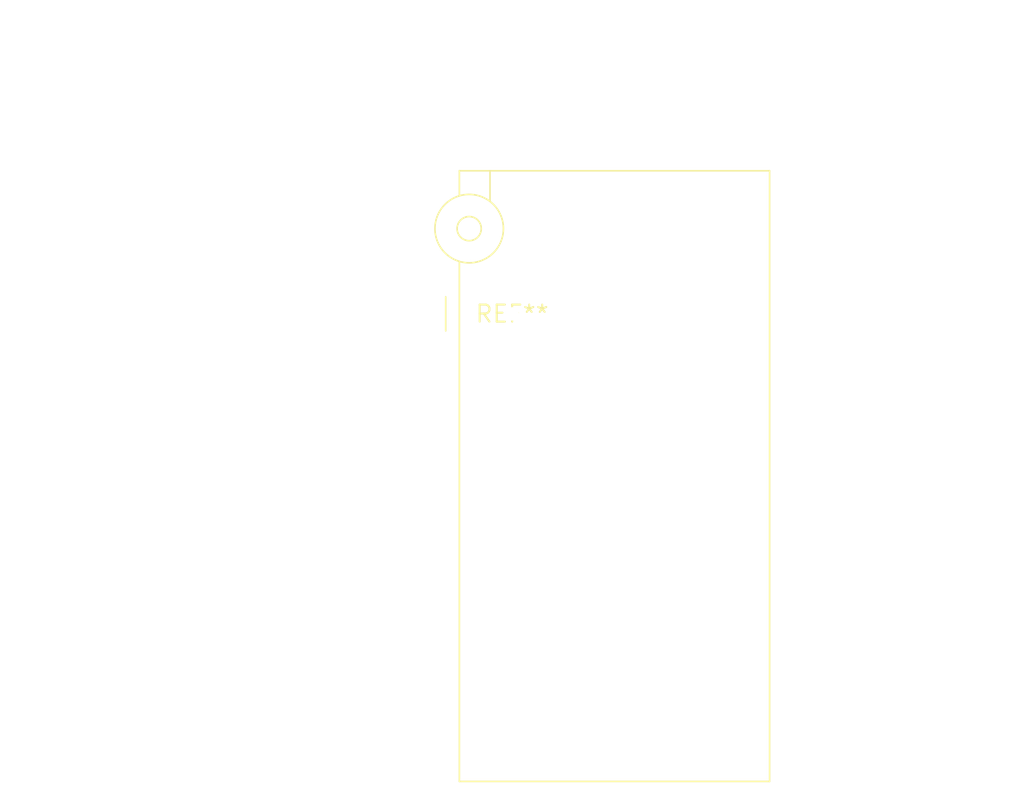
<source format=kicad_pcb>
(kicad_pcb (version 20240108) (generator pcbnew)
  (layers (0 "F.Cu" signal) (31 "B.Cu" signal) (34 "B.Paste" user) (35 "F.Paste" user) (36 "B.SilkS" user "B.Silkscreen") (37 "F.SilkS" user "F.Silkscreen") (38 "B.Mask" user) (39 "F.Mask" user) (44 "Edge.Cuts" user))
  (net 0 "")
  (footprint "DIP_Socket-24_W11.9_W12.7_W15.24_W17.78_W18.5_3M_224-1275-00-0602J" (layer "F.Cu") (at 0 0)
    (property "Reference" "REF**")
    (property "Value" "DIP_Socket-24_W11.9_W12.7_W15.24_W17.78_W18.5_3M_224-1275-00-0602J")
    (fp_line (start -4.95 1.27) (end -4.95 -1.27) (layer "F.SilkS") (stroke (width 0.12)))
    (fp_line (start -3.93 -10.66) (end -3.93 -8.8) (layer "F.SilkS") (stroke (width 0.12)))
    (fp_line (start -3.93 -3.9) (end -3.93 34.84) (layer "F.SilkS") (stroke (width 0.12)))
    (fp_line (start -3.93 34.84) (end 19.17 34.84) (layer "F.SilkS") (stroke (width 0.12)))
    (fp_line (start -1.65 -10.66) (end -1.65 -8.4) (layer "F.SilkS") (stroke (width 0.12)))
    (fp_line (start 19.17 -10.66) (end -3.93 -10.66) (layer "F.SilkS") (stroke (width 0.12)))
    (fp_line (start 19.17 34.84) (end 19.17 -10.66) (layer "F.SilkS") (stroke (width 0.12)))
    (fp_circle (center -3.2 -6.35) (end -2.3 -6.35) (layer "F.SilkS") (stroke (width 0.12)) (fill none))
    (fp_circle (center -3.2 -6.35) (end -0.65 -6.35) (layer "F.SilkS") (stroke (width 0.12)) (fill none))
    (pad "1" thru_hole rect (at 0 0) (size 2 1.44) (drill 1) (layers *.Cu *.Mask) (remove_unused_layers))
    (pad "2" thru_hole oval (at 0 2.54) (size 2 1.44) (drill 1) (layers *.Cu *.Mask) (remove_unused_layers))
    (pad "3" thru_hole oval (at 0 5.08) (size 2 1.44) (drill 1) (layers *.Cu *.Mask) (remove_unused_layers))
    (pad "4" thru_hole oval (at 0 7.62) (size 2 1.44) (drill 1) (layers *.Cu *.Mask) (remove_unused_layers))
    (pad "5" thru_hole oval (at 0 10.16) (size 2 1.44) (drill 1) (layers *.Cu *.Mask) (remove_unused_layers))
    (pad "6" thru_hole oval (at 0 12.7) (size 2 1.44) (drill 1) (layers *.Cu *.Mask) (remove_unused_layers))
    (pad "7" thru_hole oval (at 0 15.24) (size 2 1.44) (drill 1) (layers *.Cu *.Mask) (remove_unused_layers))
    (pad "8" thru_hole oval (at 0 17.78) (size 2 1.44) (drill 1) (layers *.Cu *.Mask) (remove_unused_layers))
    (pad "9" thru_hole oval (at 0 20.32) (size 2 1.44) (drill 1) (layers *.Cu *.Mask) (remove_unused_layers))
    (pad "10" thru_hole oval (at 0 22.86) (size 2 1.44) (drill 1) (layers *.Cu *.Mask) (remove_unused_layers))
    (pad "11" thru_hole oval (at 0 25.4) (size 2 1.44) (drill 1) (layers *.Cu *.Mask) (remove_unused_layers))
    (pad "12" thru_hole oval (at 0 27.94) (size 2 1.44) (drill 1) (layers *.Cu *.Mask) (remove_unused_layers))
    (pad "13" thru_hole oval (at 15.24 27.94) (size 2 1.44) (drill 1) (layers *.Cu *.Mask) (remove_unused_layers))
    (pad "14" thru_hole oval (at 15.24 25.4) (size 2 1.44) (drill 1) (layers *.Cu *.Mask) (remove_unused_layers))
    (pad "15" thru_hole oval (at 15.24 22.86) (size 2 1.44) (drill 1) (layers *.Cu *.Mask) (remove_unused_layers))
    (pad "16" thru_hole oval (at 15.24 20.32) (size 2 1.44) (drill 1) (layers *.Cu *.Mask) (remove_unused_layers))
    (pad "17" thru_hole oval (at 15.24 17.78) (size 2 1.44) (drill 1) (layers *.Cu *.Mask) (remove_unused_layers))
    (pad "18" thru_hole oval (at 15.24 15.24) (size 2 1.44) (drill 1) (layers *.Cu *.Mask) (remove_unused_layers))
    (pad "19" thru_hole oval (at 15.24 12.7) (size 2 1.44) (drill 1) (layers *.Cu *.Mask) (remove_unused_layers))
    (pad "20" thru_hole oval (at 15.24 10.16) (size 2 1.44) (drill 1) (layers *.Cu *.Mask) (remove_unused_layers))
    (pad "21" thru_hole oval (at 15.24 7.62) (size 2 1.44) (drill 1) (layers *.Cu *.Mask) (remove_unused_layers))
    (pad "22" thru_hole oval (at 15.24 5.08) (size 2 1.44) (drill 1) (layers *.Cu *.Mask) (remove_unused_layers))
    (pad "23" thru_hole oval (at 15.24 2.54) (size 2 1.44) (drill 1) (layers *.Cu *.Mask) (remove_unused_layers))
    (pad "24" thru_hole oval (at 15.24 0) (size 2 1.44) (drill 1) (layers *.Cu *.Mask) (remove_unused_layers))
  )
)
</source>
